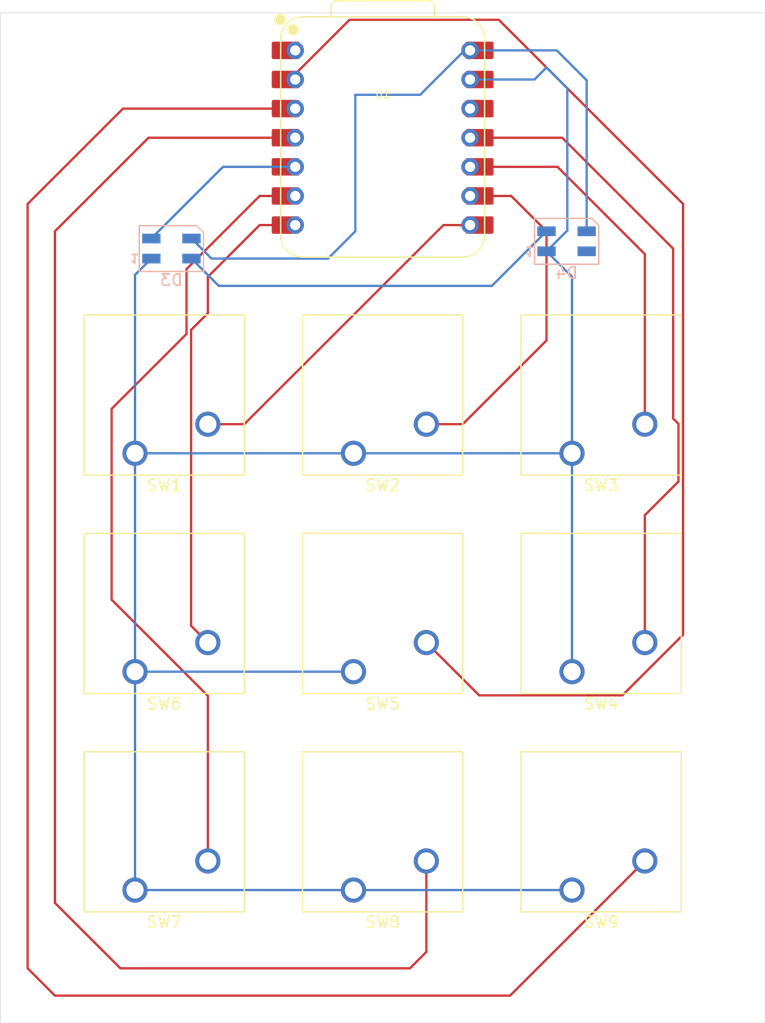
<source format=kicad_pcb>
(kicad_pcb (version 20241229) (generator "pcbnew") (generator_version "9.0")
  (layers (0 "F.Cu" signal) (2 "B.Cu" signal) (13 "F.Paste" user) (15 "B.Paste" user) (5 "F.SilkS" user "F.Silkscreen") (7 "B.SilkS" user "B.Silkscreen") (1 "F.Mask" user) (3 "B.Mask" user) (25 "Edge.Cuts" user))
  (net 0 "")
  (net 1 "Net-(D3-DIN)")
  (net 2 "Net-(D3-DOUT)")
  (net 3 "+5V")
  (net 4 "GND")
  (net 6 "Net-(U1-GPIO1{slash}RX)")
  (net 7 "Net-(U1-GPIO2{slash}SCK)")
  (net 8 "Net-(U1-GPIO4{slash}MISO)")
  (net 9 "Net-(U1-GPIO3{slash}MOSI)")
  (net 10 "Net-(U1-GPIO27{slash}ADC1{slash}A1)")
  (net 11 "Net-(U1-GPIO0{slash}TX)")
  (net 13 "Net-(U1-GPIO7{slash}SCL)")
  (net 14 "Net-(U1-GPIO29{slash}ADC3{slash}A3)")
  (net 16 "Net-(U1-GPIO28{slash}ADC2{slash}A2)")
  (footprint "OPL:XIAO-RP2040-DIP" (layer "F.Cu") (at 114.3 53.75275)
    (property "Reference" "U1" (at 0 -3.7465 0) (layer "F.SilkS") (effects (font (size 0.635 0.635) (thickness 0.1016))))
    (property "Value" "XIAO-RP2040-DIP")
    (fp_line (start -8.89 8.509) (end -8.89 -8.636) (stroke (width 0.127)) (layer "F.SilkS"))
    (fp_line (start -6.985 10.414) (end 6.985 10.414) (stroke (width 0.127)) (layer "F.SilkS"))
    (fp_line (start -4.495 -10.541) (end -4.491272 -11.451272) (stroke (width 0.127)) (layer "F.SilkS"))
    (fp_line (start -3.991272 -11.951) (end 4.004 -11.951) (stroke (width 0.127)) (layer "F.SilkS"))
    (fp_line (start 4.504 -11.451) (end 4.504 -10.541) (stroke (width 0.127)) (layer "F.SilkS"))
    (fp_line (start 6.985 -10.541) (end -6.985 -10.541) (stroke (width 0.1)) (layer "F.SilkS"))
    (fp_line (start 6.985 -10.541) (end -6.985 -10.541) (stroke (width 0.127)) (layer "F.SilkS"))
    (fp_line (start 8.89 8.509) (end 8.89 -8.636) (stroke (width 0.127)) (layer "F.SilkS"))
    (fp_arc (start -8.89 -8.636) (mid -8.332038 -9.983038) (end -6.985 -10.541) (stroke (width 0.127)) (layer "F.SilkS"))
    (fp_arc (start -6.985 10.414) (mid -8.332038 9.856038) (end -8.89 8.509) (stroke (width 0.127)) (layer "F.SilkS"))
    (fp_arc (start -4.491272 -11.451272) (mid -4.344728 -11.80464) (end -3.991272 -11.951) (stroke (width 0.127)) (layer "F.SilkS"))
    (fp_arc (start 4.004 -11.951) (mid 4.357553 -11.804553) (end 4.504 -11.451) (stroke (width 0.127)) (layer "F.SilkS"))
    (fp_arc (start 6.985 -10.541) (mid 8.332038 -9.983038) (end 8.89 -8.636) (stroke (width 0.127)) (layer "F.SilkS"))
    (fp_arc (start 8.89 8.509) (mid 8.332038 9.856038) (end 6.985 10.414) (stroke (width 0.127)) (layer "F.SilkS"))
    (fp_circle (center -8.95 -10.3) (end -8.95 -10.554) (stroke (width 0.5)) (fill yes) (layer "F.SilkS"))
    (fp_circle (center -7.807 -9.42) (end -7.807 -9.674) (stroke (width 0.5)) (fill yes) (layer "F.SilkS"))
    (pad "1" smd roundrect (at -8.455 -7.62 180) (size 2.432 1.524) (layers "F.Cu" "F.Mask") (roundrect_rratio 0.1))
    (pad "1" thru_hole circle (at -7.62 -7.62 180) (size 1.524 1.524) (drill 0.889) (layers "*.Cu" "*.Mask"))
    (pad "2" smd roundrect (at -8.455 -5.08 180) (size 2.432 1.524) (layers "F.Cu" "F.Mask") (roundrect_rratio 0.1) (net 10 "Net-(U1-GPIO27{slash}ADC1{slash}A1)"))
    (pad "2" thru_hole circle (at -7.62 -5.08 180) (size 1.524 1.524) (drill 0.889) (layers "*.Cu" "*.Mask") (net 10 "Net-(U1-GPIO27{slash}ADC1{slash}A1)"))
    (pad "3" smd roundrect (at -8.455 -2.54 180) (size 2.432 1.524) (layers "F.Cu" "F.Mask") (roundrect_rratio 0.1) (net 16 "Net-(U1-GPIO28{slash}ADC2{slash}A2)"))
    (pad "3" thru_hole circle (at -7.62 -2.54 180) (size 1.524 1.524) (drill 0.889) (layers "*.Cu" "*.Mask") (net 16 "Net-(U1-GPIO28{slash}ADC2{slash}A2)"))
    (pad "4" smd roundrect (at -8.455 0 180) (size 2.432 1.524) (layers "F.Cu" "F.Mask") (roundrect_rratio 0.1) (net 14 "Net-(U1-GPIO29{slash}ADC3{slash}A3)"))
    (pad "4" thru_hole circle (at -7.62 0 180) (size 1.524 1.524) (drill 0.889) (layers "*.Cu" "*.Mask") (net 14 "Net-(U1-GPIO29{slash}ADC3{slash}A3)"))
    (pad "5" smd roundrect (at -8.455 2.54 180) (size 2.432 1.524) (layers "F.Cu" "F.Mask") (roundrect_rratio 0.1) (net 1 "Net-(D3-DIN)"))
    (pad "5" thru_hole circle (at -7.62 2.54 180) (size 1.524 1.524) (drill 0.889) (layers "*.Cu" "*.Mask") (net 1 "Net-(D3-DIN)"))
    (pad "6" smd roundrect (at -8.455 5.08 180) (size 2.432 1.524) (layers "F.Cu" "F.Mask") (roundrect_rratio 0.1) (net 13 "Net-(U1-GPIO7{slash}SCL)"))
    (pad "6" thru_hole circle (at -7.62 5.08 180) (size 1.524 1.524) (drill 0.889) (layers "*.Cu" "*.Mask") (net 13 "Net-(U1-GPIO7{slash}SCL)"))
    (pad "7" smd roundrect (at -8.455 7.62 180) (size 2.432 1.524) (layers "F.Cu" "F.Mask") (roundrect_rratio 0.1) (net 11 "Net-(U1-GPIO0{slash}TX)"))
    (pad "7" thru_hole circle (at -7.62 7.62 180) (size 1.524 1.524) (drill 0.889) (layers "*.Cu" "*.Mask") (net 11 "Net-(U1-GPIO0{slash}TX)"))
    (pad "8" thru_hole circle (at 7.62 7.62) (size 1.524 1.524) (drill 0.889) (layers "*.Cu" "*.Mask") (net 6 "Net-(U1-GPIO1{slash}RX)"))
    (pad "8" smd roundrect (at 8.455 7.62) (size 2.432 1.524) (layers "F.Cu" "F.Mask") (roundrect_rratio 0.1) (net 6 "Net-(U1-GPIO1{slash}RX)"))
    (pad "9" thru_hole circle (at 7.62 5.08) (size 1.524 1.524) (drill 0.889) (layers "*.Cu" "*.Mask") (net 7 "Net-(U1-GPIO2{slash}SCK)"))
    (pad "9" smd roundrect (at 8.455 5.08) (size 2.432 1.524) (layers "F.Cu" "F.Mask") (roundrect_rratio 0.1) (net 7 "Net-(U1-GPIO2{slash}SCK)"))
    (pad "10" thru_hole circle (at 7.62 2.54) (size 1.524 1.524) (drill 0.889) (layers "*.Cu" "*.Mask") (net 8 "Net-(U1-GPIO4{slash}MISO)"))
    (pad "10" smd roundrect (at 8.455 2.54) (size 2.432 1.524) (layers "F.Cu" "F.Mask") (roundrect_rratio 0.1) (net 8 "Net-(U1-GPIO4{slash}MISO)"))
    (pad "11" thru_hole circle (at 7.62 0) (size 1.524 1.524) (drill 0.889) (layers "*.Cu" "*.Mask") (net 9 "Net-(U1-GPIO3{slash}MOSI)"))
    (pad "11" smd roundrect (at 8.455 0) (size 2.432 1.524) (layers "F.Cu" "F.Mask") (roundrect_rratio 0.1) (net 9 "Net-(U1-GPIO3{slash}MOSI)"))
    (pad "12" thru_hole circle (at 7.62 -2.54) (size 1.524 1.524) (drill 0.889) (layers "*.Cu" "*.Mask"))
    (pad "12" smd roundrect (at 8.455 -2.54) (size 2.432 1.524) (layers "F.Cu" "F.Mask") (roundrect_rratio 0.1))
    (pad "13" thru_hole circle (at 7.62 -5.08) (size 1.524 1.524) (drill 0.889) (layers "*.Cu" "*.Mask") (net 4 "GND"))
    (pad "13" smd roundrect (at 8.455 -5.08) (size 2.432 1.524) (layers "F.Cu" "F.Mask") (roundrect_rratio 0.1) (net 4 "GND"))
    (pad "14" thru_hole circle (at 7.62 -7.62) (size 1.524 1.524) (drill 0.889) (layers "*.Cu" "*.Mask") (net 3 "+5V"))
    (pad "14" smd roundrect (at 8.455 -7.62) (size 2.432 1.524) (layers "F.Cu" "F.Mask") (roundrect_rratio 0.1) (net 3 "+5V"))
  )
  (footprint "Button_Switch_Keyboard:SW_Cherry_MX_1.00u_PCB" (layer "F.Cu") (at 130.81 81.28 180)
    (property "Reference" "SW3" (at -2.54 -2.794 0) (layer "F.SilkS"))
    (property "Value" "SW_Push")
    (fp_line (start 4.445 12.065) (end -9.525 12.065) (stroke (width 0.12)) (layer "F.SilkS"))
    (fp_line (start 4.445 -1.905) (end 4.445 12.065) (stroke (width 0.12)) (layer "F.SilkS"))
    (fp_line (start -9.525 12.065) (end -9.525 -1.905) (stroke (width 0.12)) (layer "F.SilkS"))
    (fp_line (start -9.525 -1.905) (end 4.445 -1.905) (stroke (width 0.12)) (layer "F.SilkS"))
    (pad "" np_thru_hole circle (at -7.62 5.08 180) (size 1.7 1.7) (drill 1.7) (layers "*.Cu" "*.Mask"))
    (pad "" np_thru_hole circle (at -2.54 5.08 180) (size 4 4) (drill 4) (layers "*.Cu" "*.Mask"))
    (pad "" np_thru_hole circle (at 2.54 5.08 180) (size 1.7 1.7) (drill 1.7) (layers "*.Cu" "*.Mask"))
    (pad "1" thru_hole circle (at 0 0 180) (size 2.2 2.2) (drill 1.5) (layers "*.Cu" "*.Mask") (net 4 "GND"))
    (pad "2" thru_hole circle (at -6.35 2.54 180) (size 2.2 2.2) (drill 1.5) (layers "*.Cu" "*.Mask") (net 8 "Net-(U1-GPIO4{slash}MISO)"))
  )
  (footprint "Button_Switch_Keyboard:SW_Cherry_MX_1.00u_PCB" (layer "F.Cu") (at 92.71 100.33 180)
    (property "Reference" "SW6" (at -2.54 -2.794 0) (layer "F.SilkS"))
    (property "Value" "SW_Push")
    (fp_line (start 4.445 12.065) (end -9.525 12.065) (stroke (width 0.12)) (layer "F.SilkS"))
    (fp_line (start 4.445 -1.905) (end 4.445 12.065) (stroke (width 0.12)) (layer "F.SilkS"))
    (fp_line (start -9.525 12.065) (end -9.525 -1.905) (stroke (width 0.12)) (layer "F.SilkS"))
    (fp_line (start -9.525 -1.905) (end 4.445 -1.905) (stroke (width 0.12)) (layer "F.SilkS"))
    (pad "" np_thru_hole circle (at -7.62 5.08 180) (size 1.7 1.7) (drill 1.7) (layers "*.Cu" "*.Mask"))
    (pad "" np_thru_hole circle (at -2.54 5.08 180) (size 4 4) (drill 4) (layers "*.Cu" "*.Mask"))
    (pad "" np_thru_hole circle (at 2.54 5.08 180) (size 1.7 1.7) (drill 1.7) (layers "*.Cu" "*.Mask"))
    (pad "1" thru_hole circle (at 0 0 180) (size 2.2 2.2) (drill 1.5) (layers "*.Cu" "*.Mask") (net 4 "GND"))
    (pad "2" thru_hole circle (at -6.35 2.54 180) (size 2.2 2.2) (drill 1.5) (layers "*.Cu" "*.Mask") (net 11 "Net-(U1-GPIO0{slash}TX)"))
  )
  (footprint "Button_Switch_Keyboard:SW_Cherry_MX_1.00u_PCB" (layer "F.Cu") (at 111.76 100.33 180)
    (property "Reference" "SW5" (at -2.54 -2.794 0) (layer "F.SilkS"))
    (property "Value" "SW_Push")
    (fp_line (start 4.445 12.065) (end -9.525 12.065) (stroke (width 0.12)) (layer "F.SilkS"))
    (fp_line (start 4.445 -1.905) (end 4.445 12.065) (stroke (width 0.12)) (layer "F.SilkS"))
    (fp_line (start -9.525 12.065) (end -9.525 -1.905) (stroke (width 0.12)) (layer "F.SilkS"))
    (fp_line (start -9.525 -1.905) (end 4.445 -1.905) (stroke (width 0.12)) (layer "F.SilkS"))
    (pad "" np_thru_hole circle (at -7.62 5.08 180) (size 1.7 1.7) (drill 1.7) (layers "*.Cu" "*.Mask"))
    (pad "" np_thru_hole circle (at -2.54 5.08 180) (size 4 4) (drill 4) (layers "*.Cu" "*.Mask"))
    (pad "" np_thru_hole circle (at 2.54 5.08 180) (size 1.7 1.7) (drill 1.7) (layers "*.Cu" "*.Mask"))
    (pad "1" thru_hole circle (at 0 0 180) (size 2.2 2.2) (drill 1.5) (layers "*.Cu" "*.Mask") (net 4 "GND"))
    (pad "2" thru_hole circle (at -6.35 2.54 180) (size 2.2 2.2) (drill 1.5) (layers "*.Cu" "*.Mask") (net 10 "Net-(U1-GPIO27{slash}ADC1{slash}A1)"))
  )
  (footprint "Button_Switch_Keyboard:SW_Cherry_MX_1.00u_PCB" (layer "F.Cu") (at 92.71 119.38 180)
    (property "Reference" "SW7" (at -2.54 -2.794 0) (layer "F.SilkS"))
    (property "Value" "SW_Push")
    (fp_line (start 4.445 12.065) (end -9.525 12.065) (stroke (width 0.12)) (layer "F.SilkS"))
    (fp_line (start 4.445 -1.905) (end 4.445 12.065) (stroke (width 0.12)) (layer "F.SilkS"))
    (fp_line (start -9.525 12.065) (end -9.525 -1.905) (stroke (width 0.12)) (layer "F.SilkS"))
    (fp_line (start -9.525 -1.905) (end 4.445 -1.905) (stroke (width 0.12)) (layer "F.SilkS"))
    (pad "" np_thru_hole circle (at -7.62 5.08 180) (size 1.7 1.7) (drill 1.7) (layers "*.Cu" "*.Mask"))
    (pad "" np_thru_hole circle (at -2.54 5.08 180) (size 4 4) (drill 4) (layers "*.Cu" "*.Mask"))
    (pad "" np_thru_hole circle (at 2.54 5.08 180) (size 1.7 1.7) (drill 1.7) (layers "*.Cu" "*.Mask"))
    (pad "1" thru_hole circle (at 0 0 180) (size 2.2 2.2) (drill 1.5) (layers "*.Cu" "*.Mask") (net 4 "GND"))
    (pad "2" thru_hole circle (at -6.35 2.54 180) (size 2.2 2.2) (drill 1.5) (layers "*.Cu" "*.Mask") (net 13 "Net-(U1-GPIO7{slash}SCL)"))
  )
  (footprint "Button_Switch_Keyboard:SW_Cherry_MX_1.00u_PCB" (layer "F.Cu") (at 130.81 119.38 180)
    (property "Reference" "SW9" (at -2.54 -2.794 0) (layer "F.SilkS"))
    (property "Value" "SW_Push")
    (fp_line (start 4.445 12.065) (end -9.525 12.065) (stroke (width 0.12)) (layer "F.SilkS"))
    (fp_line (start 4.445 -1.905) (end 4.445 12.065) (stroke (width 0.12)) (layer "F.SilkS"))
    (fp_line (start -9.525 12.065) (end -9.525 -1.905) (stroke (width 0.12)) (layer "F.SilkS"))
    (fp_line (start -9.525 -1.905) (end 4.445 -1.905) (stroke (width 0.12)) (layer "F.SilkS"))
    (pad "" np_thru_hole circle (at -7.62 5.08 180) (size 1.7 1.7) (drill 1.7) (layers "*.Cu" "*.Mask"))
    (pad "" np_thru_hole circle (at -2.54 5.08 180) (size 4 4) (drill 4) (layers "*.Cu" "*.Mask"))
    (pad "" np_thru_hole circle (at 2.54 5.08 180) (size 1.7 1.7) (drill 1.7) (layers "*.Cu" "*.Mask"))
    (pad "1" thru_hole circle (at 0 0 180) (size 2.2 2.2) (drill 1.5) (layers "*.Cu" "*.Mask") (net 4 "GND"))
    (pad "2" thru_hole circle (at -6.35 2.54 180) (size 2.2 2.2) (drill 1.5) (layers "*.Cu" "*.Mask") (net 16 "Net-(U1-GPIO28{slash}ADC2{slash}A2)"))
  )
  (footprint "Button_Switch_Keyboard:SW_Cherry_MX_1.00u_PCB" (layer "F.Cu") (at 130.81 100.33 180)
    (property "Reference" "SW4" (at -2.54 -2.794 0) (layer "F.SilkS"))
    (property "Value" "SW_Push")
    (fp_line (start 4.445 12.065) (end -9.525 12.065) (stroke (width 0.12)) (layer "F.SilkS"))
    (fp_line (start 4.445 -1.905) (end 4.445 12.065) (stroke (width 0.12)) (layer "F.SilkS"))
    (fp_line (start -9.525 12.065) (end -9.525 -1.905) (stroke (width 0.12)) (layer "F.SilkS"))
    (fp_line (start -9.525 -1.905) (end 4.445 -1.905) (stroke (width 0.12)) (layer "F.SilkS"))
    (pad "" np_thru_hole circle (at -7.62 5.08 180) (size 1.7 1.7) (drill 1.7) (layers "*.Cu" "*.Mask"))
    (pad "" np_thru_hole circle (at -2.54 5.08 180) (size 4 4) (drill 4) (layers "*.Cu" "*.Mask"))
    (pad "" np_thru_hole circle (at 2.54 5.08 180) (size 1.7 1.7) (drill 1.7) (layers "*.Cu" "*.Mask"))
    (pad "1" thru_hole circle (at 0 0 180) (size 2.2 2.2) (drill 1.5) (layers "*.Cu" "*.Mask") (net 4 "GND"))
    (pad "2" thru_hole circle (at -6.35 2.54 180) (size 2.2 2.2) (drill 1.5) (layers "*.Cu" "*.Mask") (net 9 "Net-(U1-GPIO3{slash}MOSI)"))
  )
  (footprint "Button_Switch_Keyboard:SW_Cherry_MX_1.00u_PCB" (layer "F.Cu") (at 111.76 81.28 180)
    (property "Reference" "SW2" (at -2.54 -2.794 0) (layer "F.SilkS"))
    (property "Value" "SW_Push")
    (fp_line (start 4.445 12.065) (end -9.525 12.065) (stroke (width 0.12)) (layer "F.SilkS"))
    (fp_line (start 4.445 -1.905) (end 4.445 12.065) (stroke (width 0.12)) (layer "F.SilkS"))
    (fp_line (start -9.525 12.065) (end -9.525 -1.905) (stroke (width 0.12)) (layer "F.SilkS"))
    (fp_line (start -9.525 -1.905) (end 4.445 -1.905) (stroke (width 0.12)) (layer "F.SilkS"))
    (pad "" np_thru_hole circle (at -7.62 5.08 180) (size 1.7 1.7) (drill 1.7) (layers "*.Cu" "*.Mask"))
    (pad "" np_thru_hole circle (at -2.54 5.08 180) (size 4 4) (drill 4) (layers "*.Cu" "*.Mask"))
    (pad "" np_thru_hole circle (at 2.54 5.08 180) (size 1.7 1.7) (drill 1.7) (layers "*.Cu" "*.Mask"))
    (pad "1" thru_hole circle (at 0 0 180) (size 2.2 2.2) (drill 1.5) (layers "*.Cu" "*.Mask") (net 4 "GND"))
    (pad "2" thru_hole circle (at -6.35 2.54 180) (size 2.2 2.2) (drill 1.5) (layers "*.Cu" "*.Mask") (net 7 "Net-(U1-GPIO2{slash}SCK)"))
  )
  (footprint "Button_Switch_Keyboard:SW_Cherry_MX_1.00u_PCB" (layer "F.Cu") (at 92.71 81.28 180)
    (property "Reference" "SW1" (at -2.54 -2.794 0) (layer "F.SilkS"))
    (property "Value" "SW_Push")
    (fp_line (start 4.445 12.065) (end -9.525 12.065) (stroke (width 0.12)) (layer "F.SilkS"))
    (fp_line (start 4.445 -1.905) (end 4.445 12.065) (stroke (width 0.12)) (layer "F.SilkS"))
    (fp_line (start -9.525 12.065) (end -9.525 -1.905) (stroke (width 0.12)) (layer "F.SilkS"))
    (fp_line (start -9.525 -1.905) (end 4.445 -1.905) (stroke (width 0.12)) (layer "F.SilkS"))
    (pad "" np_thru_hole circle (at -7.62 5.08 180) (size 1.7 1.7) (drill 1.7) (layers "*.Cu" "*.Mask"))
    (pad "" np_thru_hole circle (at -2.54 5.08 180) (size 4 4) (drill 4) (layers "*.Cu" "*.Mask"))
    (pad "" np_thru_hole circle (at 2.54 5.08 180) (size 1.7 1.7) (drill 1.7) (layers "*.Cu" "*.Mask"))
    (pad "1" thru_hole circle (at 0 0 180) (size 2.2 2.2) (drill 1.5) (layers "*.Cu" "*.Mask") (net 4 "GND"))
    (pad "2" thru_hole circle (at -6.35 2.54 180) (size 2.2 2.2) (drill 1.5) (layers "*.Cu" "*.Mask") (net 6 "Net-(U1-GPIO1{slash}RX)"))
  )
  (footprint "Button_Switch_Keyboard:SW_Cherry_MX_1.00u_PCB" (layer "F.Cu") (at 111.76 119.38 180)
    (property "Reference" "SW8" (at -2.54 -2.794 0) (layer "F.SilkS"))
    (property "Value" "SW_Push")
    (fp_line (start 4.445 12.065) (end -9.525 12.065) (stroke (width 0.12)) (layer "F.SilkS"))
    (fp_line (start 4.445 -1.905) (end 4.445 12.065) (stroke (width 0.12)) (layer "F.SilkS"))
    (fp_line (start -9.525 12.065) (end -9.525 -1.905) (stroke (width 0.12)) (layer "F.SilkS"))
    (fp_line (start -9.525 -1.905) (end 4.445 -1.905) (stroke (width 0.12)) (layer "F.SilkS"))
    (pad "" np_thru_hole circle (at -7.62 5.08 180) (size 1.7 1.7) (drill 1.7) (layers "*.Cu" "*.Mask"))
    (pad "" np_thru_hole circle (at -2.54 5.08 180) (size 4 4) (drill 4) (layers "*.Cu" "*.Mask"))
    (pad "" np_thru_hole circle (at 2.54 5.08 180) (size 1.7 1.7) (drill 1.7) (layers "*.Cu" "*.Mask"))
    (pad "1" thru_hole circle (at 0 0 180) (size 2.2 2.2) (drill 1.5) (layers "*.Cu" "*.Mask") (net 4 "GND"))
    (pad "2" thru_hole circle (at -6.35 2.54 180) (size 2.2 2.2) (drill 1.5) (layers "*.Cu" "*.Mask") (net 14 "Net-(U1-GPIO29{slash}ADC3{slash}A3)"))
  )
  (footprint "LED_SMD:LED_SK6812MINI_PLCC4_3.5x3.5mm_P1.75mm" (layer "B.Cu") (at 130.3375 62.7875)
    (property "Reference" "D4" (at 0 2.75 0) (layer "B.SilkS") (effects (justify mirror)))
    (property "Value" "SK6812")
    (fp_line (start -2.8 -2) (end 2.2 -2) (stroke (width 0.12)) (layer "B.SilkS"))
    (fp_line (start -2.8 2) (end -2.8 -2) (stroke (width 0.12)) (layer "B.SilkS"))
    (fp_line (start -2.8 2) (end 2.8 2) (stroke (width 0.12)) (layer "B.SilkS"))
    (fp_line (start 2.8 -1.4) (end 2.2 -2) (stroke (width 0.12)) (layer "B.SilkS"))
    (fp_line (start 2.8 -1.4) (end 2.8 2) (stroke (width 0.12)) (layer "B.SilkS"))
    (fp_text user "1" (at -3.2 0.875 180) (layer "B.SilkS") (effects (font (size 0.8 0.8)) (justify mirror)))
    (pad "1" smd rect (at -1.75 0.875) (size 1.6 0.85) (layers "B.Cu" "B.Mask" "B.Paste") (net 4 "GND"))
    (pad "2" smd rect (at -1.75 -0.875) (size 1.6 0.85) (layers "B.Cu" "B.Mask" "B.Paste") (net 2 "Net-(D3-DOUT)"))
    (pad "3" smd rect (at 1.75 -0.875) (size 1.6 0.85) (layers "B.Cu" "B.Mask" "B.Paste") (net 3 "+5V"))
    (pad "4" smd rect (at 1.75 0.875) (size 1.6 0.85) (layers "B.Cu" "B.Mask" "B.Paste"))
  )
  (footprint "LED_SMD:LED_SK6812MINI_PLCC4_3.5x3.5mm_P1.75mm" (layer "B.Cu") (at 95.88125 63.41875)
    (property "Reference" "D3" (at 0 2.75 0) (layer "B.SilkS") (effects (justify mirror)))
    (property "Value" "SK6812")
    (fp_line (start -2.8 -2) (end 2.2 -2) (stroke (width 0.12)) (layer "B.SilkS"))
    (fp_line (start -2.8 2) (end -2.8 -2) (stroke (width 0.12)) (layer "B.SilkS"))
    (fp_line (start -2.8 2) (end 2.8 2) (stroke (width 0.12)) (layer "B.SilkS"))
    (fp_line (start 2.8 -1.4) (end 2.2 -2) (stroke (width 0.12)) (layer "B.SilkS"))
    (fp_line (start 2.8 -1.4) (end 2.8 2) (stroke (width 0.12)) (layer "B.SilkS"))
    (fp_text user "1" (at -3.2 0.875 180) (layer "B.SilkS") (effects (font (size 0.8 0.8)) (justify mirror)))
    (pad "1" smd rect (at -1.75 0.875) (size 1.6 0.85) (layers "B.Cu" "B.Mask" "B.Paste") (net 4 "GND"))
    (pad "2" smd rect (at -1.75 -0.875) (size 1.6 0.85) (layers "B.Cu" "B.Mask" "B.Paste") (net 1 "Net-(D3-DIN)"))
    (pad "3" smd rect (at 1.75 -0.875) (size 1.6 0.85) (layers "B.Cu" "B.Mask" "B.Paste") (net 3 "+5V"))
    (pad "4" smd rect (at 1.75 0.875) (size 1.6 0.85) (layers "B.Cu" "B.Mask" "B.Paste") (net 2 "Net-(D3-DOUT)"))
  )
  (gr_rect (start 80.9625 42.8625) (end 147.6375 130.96875) (stroke (width 0.05)) (fill no) (layer "Edge.Cuts"))
  (segment (start 100.38225 56.29275) (end 106.20375 56.29275) (width 0.2) (layer "B.Cu") (net 1))
  (segment (start 94.13125 62.54375) (end 100.38225 56.29275) (width 0.2) (layer "B.Cu") (net 1))
  (segment (start 97.63125 64.29375) (end 100.0125 66.675) (width 0.2) (layer "B.Cu") (net 2))
  (segment (start 123.825 66.675) (end 100.0125 66.675) (width 0.2) (layer "B.Cu") (net 2))
  (segment (start 128.5875 61.9125) (end 123.825 66.675) (width 0.2) (layer "B.Cu") (net 2))
  (segment (start 121.44375 46.13275) (end 129.4765 46.13275) (width 0.2) (layer "B.Cu") (net 3))
  (segment (start 97.63125 62.54375) (end 99.38125 64.29375) (width 0.2) (layer "B.Cu") (net 3))
  (segment (start 99.38125 64.29375) (end 109.5375 64.29375) (width 0.2) (layer "B.Cu") (net 3))
  (segment (start 109.5375 64.29375) (end 111.91875 61.9125) (width 0.2) (layer "B.Cu") (net 3))
  (segment (start 111.91875 50.00625) (end 117.57025 50.00625) (width 0.2) (layer "B.Cu") (net 3))
  (segment (start 129.4765 46.13275) (end 132.0875 48.74375) (width 0.2) (layer "B.Cu") (net 3))
  (segment (start 111.91875 61.9125) (end 111.91875 50.00625) (width 0.2) (layer "B.Cu") (net 3))
  (segment (start 132.0875 48.74375) (end 132.0875 61.9125) (width 0.2) (layer "B.Cu") (net 3))
  (segment (start 117.57025 50.00625) (end 121.44375 46.13275) (width 0.2) (layer "B.Cu") (net 3))
  (segment (start 128.5875 63.6625) (end 130.81 65.885) (width 0.2) (layer "B.Cu") (net 4))
  (segment (start 92.71 81.28) (end 111.76 81.28) (width 0.2) (layer "B.Cu") (net 4))
  (segment (start 92.71 100.33) (end 92.71 119.38) (width 0.2) (layer "B.Cu") (net 4))
  (segment (start 92.71 65.715) (end 92.71 81.28) (width 0.2) (layer "B.Cu") (net 4))
  (segment (start 128.5875 63.6625) (end 130.40165 61.84835) (width 0.2) (layer "B.Cu") (net 4))
  (segment (start 128.5875 47.625) (end 127.53975 48.67275) (width 0.2) (layer "B.Cu") (net 4))
  (segment (start 130.81 81.28) (end 130.81 100.33) (width 0.2) (layer "B.Cu") (net 4))
  (segment (start 127.53975 48.67275) (end 121.44375 48.67275) (width 0.2) (layer "B.Cu") (net 4))
  (segment (start 111.76 81.28) (end 130.81 81.28) (width 0.2) (layer "B.Cu") (net 4))
  (segment (start 94.13125 64.29375) (end 92.71 65.715) (width 0.2) (layer "B.Cu") (net 4))
  (segment (start 130.40165 61.84835) (end 130.40165 49.43915) (width 0.2) (layer "B.Cu") (net 4))
  (segment (start 130.81 65.885) (end 130.81 81.28) (width 0.2) (layer "B.Cu") (net 4))
  (segment (start 130.40165 49.43915) (end 128.5875 47.625) (width 0.2) (layer "B.Cu") (net 4))
  (segment (start 111.76 119.38) (end 130.81 119.38) (width 0.2) (layer "B.Cu") (net 4))
  (segment (start 92.71 119.38) (end 111.76 119.38) (width 0.2) (layer "B.Cu") (net 4))
  (segment (start 92.71 81.28) (end 92.71 100.33) (width 0.2) (layer "B.Cu") (net 4))
  (segment (start 92.71 100.33) (end 111.76 100.33) (width 0.2) (layer "B.Cu") (net 4))
  (segment (start 102.235 78.74) (end 119.60225 61.37275) (width 0.2) (layer "F.Cu") (net 6))
  (segment (start 119.60225 61.37275) (end 122.755 61.37275) (width 0.2) (layer "F.Cu") (net 6))
  (segment (start 99.06 78.74) (end 102.235 78.74) (width 0.2) (layer "F.Cu") (net 6))
  (segment (start 128.5875 71.4375) (end 128.5875 61.9125) (width 0.2) (layer "F.Cu") (net 7))
  (segment (start 121.285 78.74) (end 128.5875 71.4375) (width 0.2) (layer "F.Cu") (net 7))
  (segment (start 128.5875 61.9125) (end 125.50775 58.83275) (width 0.2) (layer "F.Cu") (net 7))
  (segment (start 118.11 78.74) (end 121.285 78.74) (width 0.2) (layer "F.Cu") (net 7))
  (segment (start 125.50775 58.83275) (end 122.755 58.83275) (width 0.2) (layer "F.Cu") (net 7))
  (segment (start 137.16 78.74) (end 137.16 63.90835) (width 0.2) (layer "F.Cu") (net 8))
  (segment (start 137.16 63.90835) (end 129.5444 56.29275) (width 0.2) (layer "F.Cu") (net 8))
  (segment (start 129.5444 56.29275) (end 122.27875 56.29275) (width 0.2) (layer "F.Cu") (net 8))
  (segment (start 137.16 97.79) (end 137.16 86.6775) (width 0.2) (layer "F.Cu") (net 9))
  (segment (start 137.16 86.6775) (end 140.09275 83.74475) (width 0.2) (layer "F.Cu") (net 9))
  (segment (start 129.95275 53.75275) (end 122.755 53.75275) (width 0.2) (layer "F.Cu") (net 9))
  (segment (start 140.09275 78.712064) (end 139.631 78.250314) (width 0.2) (layer "F.Cu") (net 9))
  (segment (start 139.631 63.431) (end 129.95275 53.75275) (width 0.2) (layer "F.Cu") (net 9))
  (segment (start 139.631 78.250314) (end 139.631 63.431) (width 0.2) (layer "F.Cu") (net 9))
  (segment (start 140.09275 83.74475) (end 140.09275 78.712064) (width 0.2) (layer "F.Cu") (net 9))
  (segment (start 140.49375 97.105117) (end 140.49375 59.53125) (width 0.2) (layer "F.Cu") (net 10))
  (segment (start 140.49375 59.53125) (end 124.426 43.4635) (width 0.2) (layer "F.Cu") (net 10))
  (segment (start 122.71375 102.39375) (end 135.205117 102.39375) (width 0.2) (layer "F.Cu") (net 10))
  (segment (start 135.205117 102.39375) (end 140.49375 97.105117) (width 0.2) (layer "F.Cu") (net 10))
  (segment (start 118.11 97.79) (end 122.71375 102.39375) (width 0.2) (layer "F.Cu") (net 10))
  (segment (start 111.413 43.4635) (end 106.20375 48.67275) (width 0.2) (layer "F.Cu") (net 10))
  (segment (start 124.426 43.4635) (end 111.413 43.4635) (width 0.2) (layer "F.Cu") (net 10))
  (segment (start 103.576256 61.37275) (end 99.059006 65.89) (width 0.2) (layer "F.Cu") (net 11))
  (segment (start 97.601 96.331) (end 99.06 97.79) (width 0.2) (layer "F.Cu") (net 11))
  (segment (start 99.059006 69.05625) (end 97.601 70.514256) (width 0.2) (layer "F.Cu") (net 11))
  (segment (start 99.059006 65.89) (end 99.059006 69.05625) (width 0.2) (layer "F.Cu") (net 11))
  (segment (start 97.601 70.514256) (end 97.601 96.331) (width 0.2) (layer "F.Cu") (net 11))
  (segment (start 105.36875 61.37275) (end 103.576256 61.37275) (width 0.2) (layer "F.Cu") (net 11))
  (segment (start 103.576256 58.83275) (end 105.36875 58.83275) (width 0.2) (layer "F.Cu") (net 13))
  (segment (start 99.06 102.44153) (end 90.66747 94.049) (width 0.2) (layer "F.Cu") (net 13))
  (segment (start 90.66747 94.049) (end 90.66747 77.401) (width 0.2) (layer "F.Cu") (net 13))
  (segment (start 90.66747 77.401) (end 97.2 70.86847) (width 0.2) (layer "F.Cu") (net 13))
  (segment (start 99.06 116.84) (end 99.06 102.44153) (width 0.2) (layer "F.Cu") (net 13))
  (segment (start 97.2 65.209006) (end 103.576256 58.83275) (width 0.2) (layer "F.Cu") (net 13))
  (segment (start 97.2 70.86847) (end 97.2 65.209006) (width 0.2) (layer "F.Cu") (net 13))
  (segment (start 91.431066 126.20625) (end 85.725 120.500184) (width 0.2) (layer "F.Cu") (net 14))
  (segment (start 116.68125 126.20625) (end 91.431066 126.20625) (width 0.2) (layer "F.Cu") (net 14))
  (segment (start 118.11 116.84) (end 118.11 124.7775) (width 0.2) (layer "F.Cu") (net 14))
  (segment (start 93.88475 53.75275) (end 105.36875 53.75275) (width 0.2) (layer "F.Cu") (net 14))
  (segment (start 85.725 120.500184) (end 85.725 61.9125) (width 0.2) (layer "F.Cu") (net 14))
  (segment (start 118.11 124.7775) (end 116.68125 126.20625) (width 0.2) (layer "F.Cu") (net 14))
  (segment (start 85.725 61.9125) (end 93.88475 53.75275) (width 0.2) (layer "F.Cu") (net 14))
  (segment (start 83.34375 126.20625) (end 83.34375 59.53125) (width 0.2) (layer "F.Cu") (net 16))
  (segment (start 83.34375 59.53125) (end 91.66225 51.21275) (width 0.2) (layer "F.Cu") (net 16))
  (segment (start 91.66225 51.21275) (end 106.20375 51.21275) (width 0.2) (layer "F.Cu") (net 16))
  (segment (start 137.16 116.84) (end 125.4125 128.5875) (width 0.2) (layer "F.Cu") (net 16))
  (segment (start 85.725 128.5875) (end 83.34375 126.20625) (width 0.2) (layer "F.Cu") (net 16))
  (segment (start 125.4125 128.5875) (end 85.725 128.5875) (width 0.2) (layer "F.Cu") (net 16))
)
</source>
